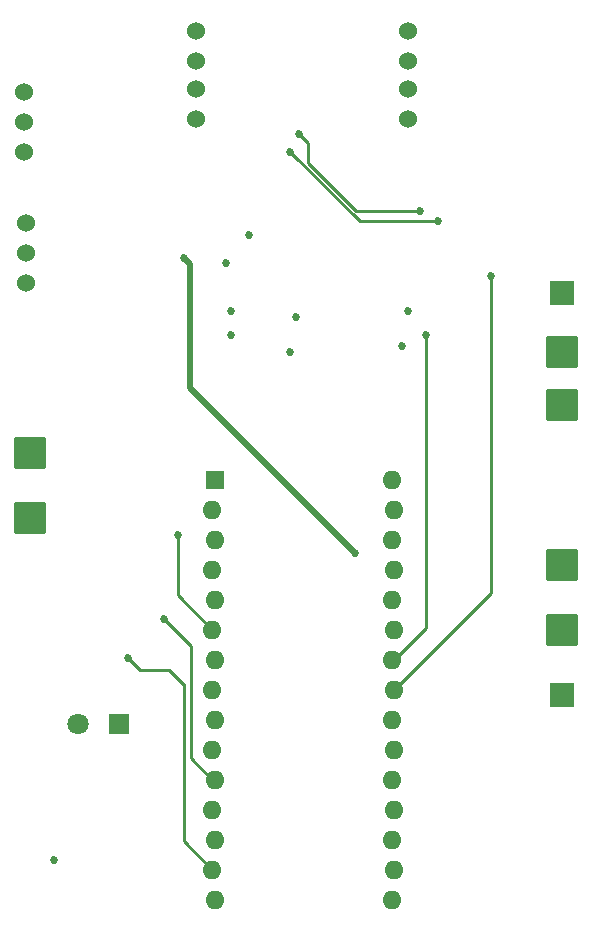
<source format=gbl>
%TF.GenerationSoftware,KiCad,Pcbnew,9.0.0*%
%TF.CreationDate,2025-04-14T19:38:06-04:00*%
%TF.ProjectId,brainfreeze,62726169-6e66-4726-9565-7a652e6b6963,rev?*%
%TF.SameCoordinates,Original*%
%TF.FileFunction,Copper,L4,Bot*%
%TF.FilePolarity,Positive*%
%FSLAX46Y46*%
G04 Gerber Fmt 4.6, Leading zero omitted, Abs format (unit mm)*
G04 Created by KiCad (PCBNEW 9.0.0) date 2025-04-14 19:38:06*
%MOMM*%
%LPD*%
G01*
G04 APERTURE LIST*
G04 Aperture macros list*
%AMRoundRect*
0 Rectangle with rounded corners*
0 $1 Rounding radius*
0 $2 $3 $4 $5 $6 $7 $8 $9 X,Y pos of 4 corners*
0 Add a 4 corners polygon primitive as box body*
4,1,4,$2,$3,$4,$5,$6,$7,$8,$9,$2,$3,0*
0 Add four circle primitives for the rounded corners*
1,1,$1+$1,$2,$3*
1,1,$1+$1,$4,$5*
1,1,$1+$1,$6,$7*
1,1,$1+$1,$8,$9*
0 Add four rect primitives between the rounded corners*
20,1,$1+$1,$2,$3,$4,$5,0*
20,1,$1+$1,$4,$5,$6,$7,0*
20,1,$1+$1,$6,$7,$8,$9,0*
20,1,$1+$1,$8,$9,$2,$3,0*%
G04 Aperture macros list end*
%TA.AperFunction,ComponentPad*%
%ADD10RoundRect,0.250000X-1.125000X-1.125000X1.125000X-1.125000X1.125000X1.125000X-1.125000X1.125000X0*%
%TD*%
%TA.AperFunction,ComponentPad*%
%ADD11R,1.600000X1.600000*%
%TD*%
%TA.AperFunction,ComponentPad*%
%ADD12O,1.600000X1.600000*%
%TD*%
%TA.AperFunction,ComponentPad*%
%ADD13RoundRect,0.250001X-0.799999X-0.799999X0.799999X-0.799999X0.799999X0.799999X-0.799999X0.799999X0*%
%TD*%
%TA.AperFunction,ComponentPad*%
%ADD14R,1.800000X1.800000*%
%TD*%
%TA.AperFunction,ComponentPad*%
%ADD15C,1.800000*%
%TD*%
%TA.AperFunction,ComponentPad*%
%ADD16C,1.524000*%
%TD*%
%TA.AperFunction,ViaPad*%
%ADD17C,0.685800*%
%TD*%
%TA.AperFunction,Conductor*%
%ADD18C,0.254000*%
%TD*%
%TA.AperFunction,Conductor*%
%ADD19C,0.508000*%
%TD*%
G04 APERTURE END LIST*
D10*
X222500000Y-108000000D03*
D11*
X193125000Y-114340000D03*
D12*
X192875000Y-116880000D03*
X193125000Y-119420000D03*
X192850000Y-121960000D03*
X193125000Y-124500000D03*
X192850000Y-127040000D03*
X193125000Y-129580000D03*
X192850000Y-132120000D03*
X193125000Y-134660000D03*
X192850000Y-137200000D03*
X193125000Y-139740000D03*
X192850000Y-142280000D03*
X193100000Y-144820000D03*
X192875000Y-147360000D03*
X193100000Y-149900000D03*
X208100000Y-149900000D03*
X208325000Y-147360000D03*
X208100000Y-144820000D03*
X208325000Y-142280000D03*
X208100000Y-139740000D03*
X208325000Y-137200000D03*
X208100000Y-134660000D03*
X208325000Y-132120000D03*
X208100000Y-129580000D03*
X208325000Y-127040000D03*
X208100000Y-124500000D03*
X208325000Y-121960000D03*
X208100000Y-119420000D03*
X208325000Y-116880000D03*
X208100000Y-114340000D03*
D10*
X177500000Y-112000000D03*
D13*
X222500000Y-98500000D03*
D10*
X177500000Y-117500000D03*
D14*
X185000000Y-135000000D03*
D15*
X181500000Y-135000000D03*
D13*
X222500000Y-132500000D03*
D16*
X176969900Y-81493400D03*
X176969900Y-84033400D03*
X176969900Y-86573400D03*
X191500000Y-76270000D03*
X191500000Y-76270000D03*
X191500000Y-78810000D03*
X191500000Y-78810000D03*
X191500000Y-81190000D03*
X191500000Y-81190000D03*
X191500000Y-83730000D03*
X191500000Y-83730000D03*
X209500000Y-76270000D03*
X209500000Y-76270000D03*
X209500000Y-78810000D03*
X209500000Y-78810000D03*
X209500000Y-81190000D03*
X209500000Y-81190000D03*
X209500000Y-83730000D03*
X209500000Y-83730000D03*
D10*
X222500000Y-121500000D03*
D16*
X177100000Y-92593400D03*
X177100000Y-95133400D03*
X177100000Y-97673400D03*
D10*
X222500000Y-103500000D03*
X222500000Y-127000000D03*
D17*
X209000000Y-103000000D03*
X196000000Y-93600000D03*
X194100000Y-95900000D03*
X209500000Y-100000000D03*
X210500000Y-91500000D03*
X211000000Y-102000000D03*
X200230000Y-85000000D03*
X190000000Y-119000000D03*
X188800000Y-126100000D03*
X200000000Y-100500000D03*
X199500000Y-103500000D03*
X179500000Y-146500000D03*
X216500000Y-97000000D03*
X212000000Y-92403100D03*
X199500000Y-86500000D03*
X190500000Y-95500000D03*
X205000000Y-120500000D03*
X185800000Y-129400000D03*
X194500000Y-102000000D03*
X194500000Y-100000000D03*
D18*
X205040230Y-91500000D02*
X201000000Y-87459770D01*
X201000000Y-87459770D02*
X201000000Y-85770000D01*
X211000000Y-126860000D02*
X208240000Y-129620000D01*
X211000000Y-102000000D02*
X211000000Y-126860000D01*
X201000000Y-85770000D02*
X200230000Y-85000000D01*
X210500000Y-91500000D02*
X205040230Y-91500000D01*
X190000000Y-119000000D02*
X190000000Y-124080000D01*
X190000000Y-124080000D02*
X193000000Y-127080000D01*
X191100000Y-137880000D02*
X193000000Y-139780000D01*
X188800000Y-126100000D02*
X191100000Y-128400000D01*
X191100000Y-128400000D02*
X191100000Y-137880000D01*
X216500000Y-123900000D02*
X208240000Y-132160000D01*
X216500000Y-97000000D02*
X216500000Y-123900000D01*
X199500000Y-86500000D02*
X205403100Y-92403100D01*
X205403100Y-92403100D02*
X212000000Y-92403100D01*
D19*
X191000000Y-106500000D02*
X205000000Y-120500000D01*
X191000000Y-96000000D02*
X191000000Y-106500000D01*
X190500000Y-95500000D02*
X191000000Y-96000000D01*
D18*
X186800000Y-130400000D02*
X189200000Y-130400000D01*
X190500000Y-131600000D02*
X190500000Y-144900000D01*
X190500000Y-144900000D02*
X193000000Y-147400000D01*
X185800000Y-129400000D02*
X186800000Y-130400000D01*
X189200000Y-130400000D02*
X190400000Y-131600000D01*
X190400000Y-131600000D02*
X190500000Y-131600000D01*
M02*

</source>
